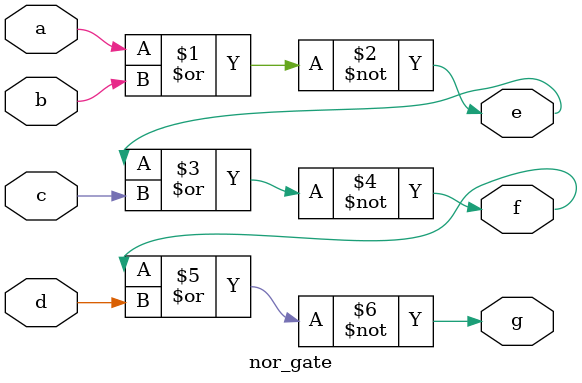
<source format=v>
`timescale 1ns / 1ps

module nor_gate(
    input a,
    input b,
    input c,
    input d,
    output e,
    output f,
    output g
    );

assign e=~(a|b);
assign f=~(e|c);
assign g=~(f|d);

endmodule
</source>
